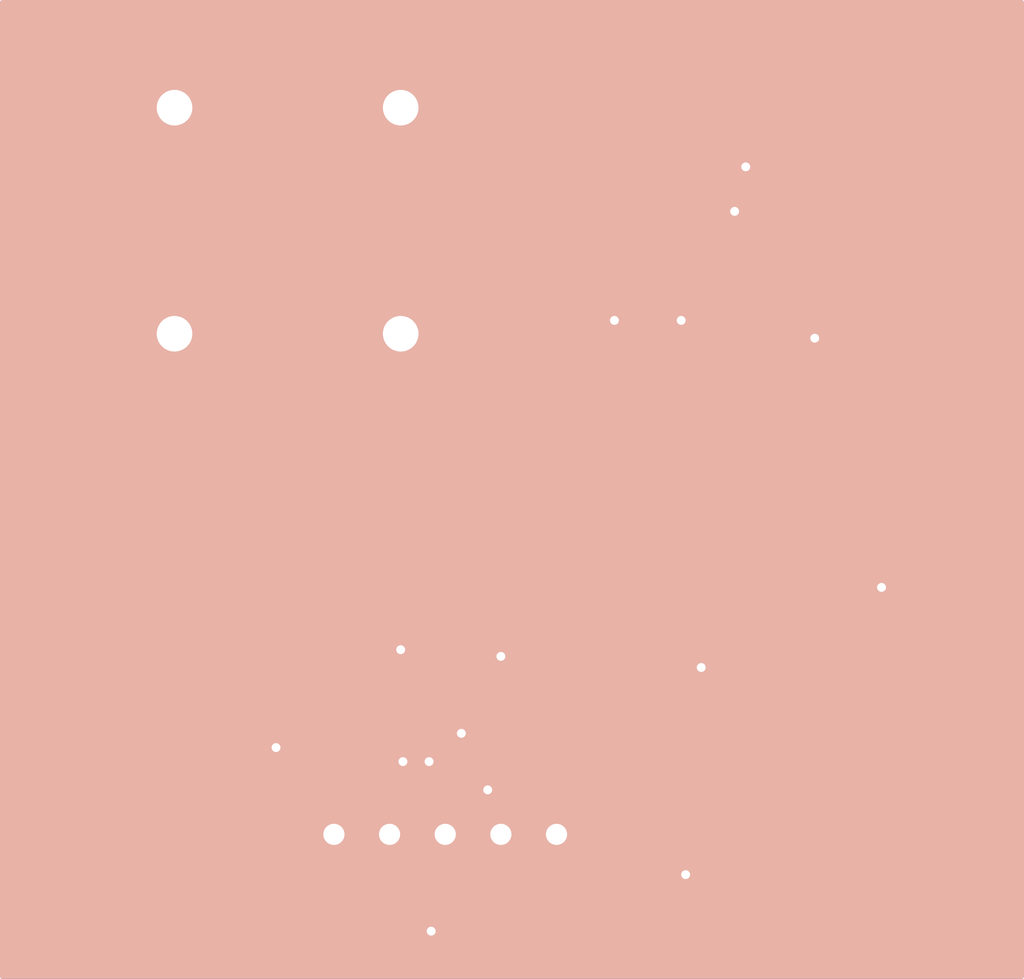
<source format=kicad_pcb>
(kicad_pcb (version 20240108) (generator "pcbnew") (generator_version "8.0")
  (layers (0 "F.Cu" signal) (31 "B.Cu" signal) (34 "B.Paste" user) (35 "F.Paste" user) (36 "B.SilkS" user "B.Silkscreen") (37 "F.SilkS" user "F.Silkscreen") (38 "B.Mask" user) (39 "F.Mask" user) (44 "Edge.Cuts" user))
  (net 0 "")
  (net 1 "Net-(D1-A)")
  (net 2 "/V_CELL_3")
  (net 3 "/V_CELL_2")
  (net 4 "/V_CELL_4")
  (net 5 "GND")
  (net 6 "/V_CELL_1")
  (net 7 "/CON_1")
  (net 8 "/CON_2")
  (net 9 "/CON_3")
  (net 10 "/CON_4")
  (net 11 "Net-(D2-A)")
  (net 12 "Net-(D3-A)")
  (net 13 "Net-(D4-A)")
  (net 14 "Net-(U5-1Y)")
  (net 15 "Net-(U5-2Y)")
  (net 19 "/V_OUT")
  (footprint "Resistor_SMD:R_0805_2012Metric" (layer "F.Cu") (at 55.7408 39.4992)
    (property "Reference" "R9" (hide yes))
    (property "Value" "70Ω" (hide yes))
    (pad "1" smd roundrect (at -0.9125 0) (size 1.025 1.4) (layers "F.Cu" "F.Paste" "F.Mask") (roundrect_rratio 0.243902) (net 9 "/CON_3"))
    (pad "2" smd roundrect (at 0.9125 0) (size 1.025 1.4) (layers "F.Cu" "F.Paste" "F.Mask") (roundrect_rratio 0.243902) (net 12 "Net-(D3-A)"))
  )
  (footprint "LED_SMD:LED_0805_2012Metric" (layer "F.Cu") (at 60 35.4992 180)
    (property "Reference" "D1" (at -0.5 1.9992 0) (layer "F.SilkS"))
    (property "Value" "LED" (hide yes))
    (pad "1" smd roundrect (at -0.9375 0 180) (size 0.975 1.4) (layers "F.Cu" "F.Paste" "F.Mask") (net 3 "/V_CELL_2"))
    (pad "2" smd roundrect (at 0.9375 0 180) (size 0.975 1.4) (layers "F.Cu" "F.Paste" "F.Mask") (net 1 "Net-(D1-A)"))
  )
  (footprint "Capacitor_SMD:C_0805_2012Metric" (layer "F.Cu") (at 57.5 55.05 90)
    (property "Reference" "C1" (at 2.5 -0.05 180) (layer "F.SilkS"))
    (property "Value" "1uF" (hide yes))
    (pad "1" smd roundrect (at -0.95 0 90) (size 1 1.45) (layers "F.Cu" "F.Paste" "F.Mask") (net 6 "/V_CELL_1"))
    (pad "2" smd roundrect (at 0.95 0 90) (size 1 1.45) (layers "F.Cu" "F.Paste" "F.Mask") (net 3 "/V_CELL_2"))
  )
  (footprint "LED_SMD:LED_0805_2012Metric" (layer "F.Cu") (at 60 37.5 180)
    (property "Reference" "D2" (hide yes))
    (property "Value" "LED" (hide yes))
    (pad "1" smd roundrect (at -0.9375 0 180) (size 0.975 1.4) (layers "F.Cu" "F.Paste" "F.Mask") (net 2 "/V_CELL_3"))
    (pad "2" smd roundrect (at 0.9375 0 180) (size 0.975 1.4) (layers "F.Cu" "F.Paste" "F.Mask") (net 11 "Net-(D2-A)"))
  )
  (footprint "Resistor_SMD:R_0805_2012Metric" (layer "F.Cu") (at 38.4675 59)
    (property "Reference" "R3" (at -0.268734 1.980901 180) (layer "F.SilkS"))
    (property "Value" "1MΩ" (hide yes))
    (pad "1" smd roundrect (at -0.9125 0) (size 1.025 1.4) (layers "F.Cu" "F.Paste" "F.Mask") (roundrect_rratio 0.243902) (net 9 "/CON_3"))
    (pad "2" smd roundrect (at 0.9125 0) (size 1.025 1.4) (layers "F.Cu" "F.Paste" "F.Mask") (roundrect_rratio 0.243902) (net 2 "/V_CELL_3"))
  )
  (footprint "Resistor_SMD:R_0805_2012Metric" (layer "F.Cu") (at 55.7808 35.4992)
    (property "Reference" "R7" (at -0.2808 -1.9992 0) (layer "F.SilkS"))
    (property "Value" "70Ω" (hide yes))
    (pad "1" smd roundrect (at -0.9125 0) (size 1.025 1.4) (layers "F.Cu" "F.Paste" "F.Mask") (roundrect_rratio 0.243902) (net 7 "/CON_1"))
    (pad "2" smd roundrect (at 0.9125 0) (size 1.025 1.4) (layers "F.Cu" "F.Paste" "F.Mask") (roundrect_rratio 0.243902) (net 1 "Net-(D1-A)"))
  )
  (footprint "Capacitor_SMD:C_0805_2012Metric" (layer "F.Cu") (at 48 55 90)
    (property "Reference" "C8" (at 2.55 0 180) (layer "F.SilkS"))
    (property "Value" "1uF" (hide yes))
    (pad "1" smd roundrect (at -0.95 0 90) (size 1 1.45) (layers "F.Cu" "F.Paste" "F.Mask") (net 3 "/V_CELL_2"))
    (pad "2" smd roundrect (at 0.95 0 90) (size 1 1.45) (layers "F.Cu" "F.Paste" "F.Mask") (net 2 "/V_CELL_3"))
  )
  (footprint "LED_SMD:LED_0805_2012Metric" (layer "F.Cu") (at 60 39.5 180)
    (property "Reference" "D3" (hide yes))
    (property "Value" "LED" (hide yes))
    (pad "1" smd roundrect (at -0.9375 0 180) (size 0.975 1.4) (layers "F.Cu" "F.Paste" "F.Mask") (net 4 "/V_CELL_4"))
    (pad "2" smd roundrect (at 0.9375 0 180) (size 0.975 1.4) (layers "F.Cu" "F.Paste" "F.Mask") (net 12 "Net-(D3-A)"))
  )
  (footprint "Package_TO_SOT_SMD:SOT-23" (layer "F.Cu") (at 54.55 55.0625 90)
    (property "Reference" "U1" (hide yes))
    (property "Value" "BD48L32G" (hide yes))
    (pad "1" smd roundrect (at -0.9375 -0.95 90) (size 1.475 0.6) (layers "F.Cu" "F.Paste" "F.Mask") (net 7 "/CON_1"))
    (pad "2" smd roundrect (at -0.9375 0.95 90) (size 1.475 0.6) (layers "F.Cu" "F.Paste" "F.Mask") (net 6 "/V_CELL_1"))
    (pad "3" smd roundrect (at 0.9375 0 90) (size 1.475 0.6) (layers "F.Cu" "F.Paste" "F.Mask") (net 3 "/V_CELL_2"))
  )
  (footprint "Capacitor_SMD:C_0805_2012Metric" (layer "F.Cu") (at 24 55.05 90)
    (property "Reference" "C6" (at 2.45 0 180) (layer "F.SilkS"))
    (property "Value" "1000pF" (hide yes))
    (pad "1" smd roundrect (at -0.95 0 90) (size 1 1.45) (layers "F.Cu" "F.Paste" "F.Mask") (net 10 "/CON_4"))
    (pad "2" smd roundrect (at 0.95 0 90) (size 1 1.45) (layers "F.Cu" "F.Paste" "F.Mask") (net 5 "GND"))
  )
  (footprint "Capacitor_SMD:C_0805_2012Metric" (layer "F.Cu") (at 39 55 90)
    (property "Reference" "C3" (at 2.55 0 180) (layer "F.SilkS"))
    (property "Value" "1uF" (hide yes))
    (pad "1" smd roundrect (at -0.95 0 90) (size 1 1.45) (layers "F.Cu" "F.Paste" "F.Mask") (net 2 "/V_CELL_3"))
    (pad "2" smd roundrect (at 0.95 0 90) (size 1 1.45) (layers "F.Cu" "F.Paste" "F.Mask") (net 4 "/V_CELL_4"))
  )
  (footprint "Resistor_SMD:R_0805_2012Metric" (layer "F.Cu") (at 46.0875 59)
    (property "Reference" "R1" (at -0.3975 2 180) (layer "F.SilkS"))
    (property "Value" "1MΩ" (hide yes))
    (pad "1" smd roundrect (at -0.9125 0) (size 1.025 1.4) (layers "F.Cu" "F.Paste" "F.Mask") (roundrect_rratio 0.243902) (net 7 "/CON_1"))
    (pad "2" smd roundrect (at 0.9125 0) (size 1.025 1.4) (layers "F.Cu" "F.Paste" "F.Mask") (roundrect_rratio 0.243902) (net 6 "/V_CELL_1"))
  )
  (footprint "Package_TO_SOT_SMD:SOT-23" (layer "F.Cu") (at 35.95 55.0625 90)
    (property "Reference" "U3" (hide yes))
    (property "Value" "BD48L32G" (hide yes))
    (pad "1" smd roundrect (at -0.9375 -0.95 90) (size 1.475 0.6) (layers "F.Cu" "F.Paste" "F.Mask") (net 9 "/CON_3"))
    (pad "2" smd roundrect (at -0.9375 0.95 90) (size 1.475 0.6) (layers "F.Cu" "F.Paste" "F.Mask") (net 2 "/V_CELL_3"))
    (pad "3" smd roundrect (at 0.9375 0 90) (size 1.475 0.6) (layers "F.Cu" "F.Paste" "F.Mask") (net 4 "/V_CELL_4"))
  )
  (footprint "Resistor_SMD:R_0805_2012Metric" (layer "F.Cu") (at 55.7408 41.4992)
    (property "Reference" "R10" (hide yes))
    (property "Value" "70Ω" (hide yes))
    (pad "1" smd roundrect (at -0.9125 0) (size 1.025 1.4) (layers "F.Cu" "F.Paste" "F.Mask") (roundrect_rratio 0.243902) (net 10 "/CON_4"))
    (pad "2" smd roundrect (at 0.9125 0) (size 1.025 1.4) (layers "F.Cu" "F.Paste" "F.Mask") (roundrect_rratio 0.243902) (net 13 "Net-(D4-A)"))
  )
  (footprint "SN74HC08DR:SOIC127P600X175-14N" (layer "F.Cu") (at 49 37 180)
    (property "Reference" "U5" (at 3 5.5 180) (layer "F.SilkS"))
    (property "Value" "SN74HC08DR" (hide yes))
    (pad "1" smd roundrect (at -2.475 -3.81 180) (size 1.97 0.6) (layers "F.Cu" "F.Paste" "F.Mask") (roundrect_rratio 0.15) (net 10 "/CON_4"))
    (pad "2" smd roundrect (at -2.475 -2.54 180) (size 1.97 0.6) (layers "F.Cu" "F.Paste" "F.Mask") (roundrect_rratio 0.15) (net 9 "/CON_3"))
    (pad "3" smd roundrect (at -2.475 -1.27 180) (size 1.97 0.6) (layers "F.Cu" "F.Paste" "F.Mask") (roundrect_rratio 0.15) (net 14 "Net-(U5-1Y)"))
    (pad "4" smd roundrect (at -2.475 0 180) (size 1.97 0.6) (layers "F.Cu" "F.Paste" "F.Mask") (roundrect_rratio 0.15) (net 8 "/CON_2"))
    (pad "5" smd roundrect (at -2.475 1.27 180) (size 1.97 0.6) (layers "F.Cu" "F.Paste" "F.Mask") (roundrect_rratio 0.15) (net 7 "/CON_1"))
    (pad "6" smd roundrect (at -2.475 2.54 180) (size 1.97 0.6) (layers "F.Cu" "F.Paste" "F.Mask") (roundrect_rratio 0.15) (net 15 "Net-(U5-2Y)"))
    (pad "7" smd roundrect (at -2.475 3.81 180) (size 1.97 0.6) (layers "F.Cu" "F.Paste" "F.Mask") (roundrect_rratio 0.15) (net 3 "/V_CELL_2"))
    (pad "8" smd roundrect (at 2.475 3.81 180) (size 1.97 0.6) (layers "F.Cu" "F.Paste" "F.Mask") (roundrect_rratio 0.15) (net 19 "/V_OUT"))
    (pad "9" smd roundrect (at 2.475 2.54 180) (size 1.97 0.6) (layers "F.Cu" "F.Paste" "F.Mask") (roundrect_rratio 0.15) (net 15 "Net-(U5-2Y)"))
    (pad "10" smd roundrect (at 2.475 1.27 180) (size 1.97 0.6) (layers "F.Cu" "F.Paste" "F.Mask") (roundrect_rratio 0.15) (net 14 "Net-(U5-1Y)"))
    (pad "11" smd roundrect (at 2.475 0 180) (size 1.97 0.6) (layers "F.Cu" "F.Paste" "F.Mask") (roundrect_rratio 0.15))
    (pad "12" smd roundrect (at 2.475 -1.27 180) (size 1.97 0.6) (layers "F.Cu" "F.Paste" "F.Mask") (roundrect_rratio 0.15))
    (pad "13" smd roundrect (at 2.475 -2.54 180) (size 1.97 0.6) (layers "F.Cu" "F.Paste" "F.Mask") (roundrect_rratio 0.15))
    (pad "14" smd roundrect (at 2.475 -3.81 180) (size 1.97 0.6) (layers "F.Cu" "F.Paste" "F.Mask") (roundrect_rratio 0.15) (net 6 "/V_CELL_1"))
  )
  (footprint "Capacitor_SMD:C_0805_2012Metric" (layer "F.Cu") (at 33 55 90)
    (property "Reference" "C4" (at 2.5 0 180) (layer "F.SilkS"))
    (property "Value" "1000pF" (hide yes))
    (pad "1" smd roundrect (at -0.95 0 90) (size 1 1.45) (layers "F.Cu" "F.Paste" "F.Mask") (net 9 "/CON_3"))
    (pad "2" smd roundrect (at 0.95 0 90) (size 1 1.45) (layers "F.Cu" "F.Paste" "F.Mask") (net 4 "/V_CELL_4"))
  )
  (footprint "LED_SMD:LED_0805_2012Metric" (layer "F.Cu") (at 60 41.5 180)
    (property "Reference" "D4" (hide yes))
    (property "Value" "LED" (hide yes))
    (pad "1" smd roundrect (at -0.9375 0 180) (size 0.975 1.4) (layers "F.Cu" "F.Paste" "F.Mask") (net 5 "GND"))
    (pad "2" smd roundrect (at 0.9375 0 180) (size 0.975 1.4) (layers "F.Cu" "F.Paste" "F.Mask") (net 13 "Net-(D4-A)"))
  )
  (footprint "Resistor_SMD:R_0805_2012Metric" (layer "F.Cu") (at 42.2775 59)
    (property "Reference" "R2" (at -0.3467 1.8984 180) (layer "F.SilkS"))
    (property "Value" "1MΩ" (hide yes))
    (pad "1" smd roundrect (at -0.9125 0) (size 1.025 1.4) (layers "F.Cu" "F.Paste" "F.Mask") (roundrect_rratio 0.243902) (net 8 "/CON_2"))
    (pad "2" smd roundrect (at 0.9125 0) (size 1.025 1.4) (layers "F.Cu" "F.Paste" "F.Mask") (roundrect_rratio 0.243902) (net 3 "/V_CELL_2"))
  )
  (footprint "1986660_2:TE_1986660-2" (layer "F.Cu") (at 27.84 32.84)
    (property "Reference" "J2" (at -2.905 -3.485 0) (layer "F.SilkS"))
    (property "Value" "1986660-2" (hide yes))
    (pad "1_1" thru_hole rect (at 0 0) (size 1.95 1.95) (drill 1.6) (layers "*.Cu" "*.Mask") (net 3 "/V_CELL_2"))
    (pad "1_2" thru_hole rect (at 0 10.16) (size 1.95 1.95) (drill 1.6) (layers "*.Cu" "*.Mask"))
    (pad "2_1" thru_hole circle (at 10.16 0) (size 1.95 1.95) (drill 1.6) (layers "*.Cu" "*.Mask") (net 19 "/V_OUT"))
    (pad "2_2" thru_hole circle (at 10.16 10.16) (size 1.95 1.95) (drill 1.6) (layers "*.Cu" "*.Mask"))
  )
  (footprint "Capacitor_SMD:C_0805_2012Metric" (layer "F.Cu") (at 42 55.05 90)
    (property "Reference" "C5" (at 2.55 0 180) (layer "F.SilkS"))
    (property "Value" "1000pF" (hide yes))
    (pad "1" smd roundrect (at -0.95 0 90) (size 1 1.45) (layers "F.Cu" "F.Paste" "F.Mask") (net 8 "/CON_2"))
    (pad "2" smd roundrect (at 0.95 0 90) (size 1 1.45) (layers "F.Cu" "F.Paste" "F.Mask") (net 2 "/V_CELL_3"))
  )
  (footprint "Package_TO_SOT_SMD:SOT-23" (layer "F.Cu") (at 45.05 55.0625 90)
    (property "Reference" "U2" (hide yes))
    (property "Value" "BD48L32G" (hide yes))
    (pad "1" smd roundrect (at -0.9375 -0.95 90) (size 1.475 0.6) (layers "F.Cu" "F.Paste" "F.Mask") (net 8 "/CON_2"))
    (pad "2" smd roundrect (at -0.9375 0.95 90) (size 1.475 0.6) (layers "F.Cu" "F.Paste" "F.Mask") (net 3 "/V_CELL_2"))
    (pad "3" smd roundrect (at 0.9375 0 90) (size 1.475 0.6) (layers "F.Cu" "F.Paste" "F.Mask") (net 2 "/V_CELL_3"))
  )
  (footprint "Package_TO_SOT_SMD:SOT-23" (layer "F.Cu") (at 27.05 55.0625 90)
    (property "Reference" "U4" (hide yes))
    (property "Value" "BD48L32G" (hide yes))
    (pad "1" smd roundrect (at -0.9375 -0.95 90) (size 1.475 0.6) (layers "F.Cu" "F.Paste" "F.Mask") (net 10 "/CON_4"))
    (pad "2" smd roundrect (at -0.9375 0.95 90) (size 1.475 0.6) (layers "F.Cu" "F.Paste" "F.Mask") (net 4 "/V_CELL_4"))
    (pad "3" smd roundrect (at 0.9375 0 90) (size 1.475 0.6) (layers "F.Cu" "F.Paste" "F.Mask") (net 5 "GND"))
  )
  (footprint "Resistor_SMD:R_0805_2012Metric" (layer "F.Cu") (at 55.7408 37.4992)
    (property "Reference" "R8" (hide yes))
    (property "Value" "70Ω" (hide yes))
    (pad "1" smd roundrect (at -0.9125 0) (size 1.025 1.4) (layers "F.Cu" "F.Paste" "F.Mask") (roundrect_rratio 0.243902) (net 8 "/CON_2"))
    (pad "2" smd roundrect (at 0.9125 0) (size 1.025 1.4) (layers "F.Cu" "F.Paste" "F.Mask") (roundrect_rratio 0.243902) (net 11 "Net-(D2-A)"))
  )
  (footprint "Capacitor_SMD:C_0805_2012Metric" (layer "F.Cu") (at 30 55.05 90)
    (property "Reference" "C7" (at 2.45 -0.05 180) (layer "F.SilkS"))
    (property "Value" "1uF" (hide yes))
    (pad "1" smd roundrect (at -0.95 0 90) (size 1 1.45) (layers "F.Cu" "F.Paste" "F.Mask") (net 4 "/V_CELL_4"))
    (pad "2" smd roundrect (at 0.95 0 90) (size 1 1.45) (layers "F.Cu" "F.Paste" "F.Mask") (net 5 "GND"))
  )
  (footprint "Capacitor_SMD:C_0805_2012Metric" (layer "F.Cu") (at 51.5 55 90)
    (property "Reference" "C2" (at 2.55 0 180) (layer "F.SilkS"))
    (property "Value" "1000pF" (hide yes))
    (pad "1" smd roundrect (at -0.95 0 90) (size 1 1.45) (layers "F.Cu" "F.Paste" "F.Mask") (net 7 "/CON_1"))
    (pad "2" smd roundrect (at 0.95 0 90) (size 1 1.45) (layers "F.Cu" "F.Paste" "F.Mask") (net 3 "/V_CELL_2"))
  )
  (footprint "Resistor_SMD:R_0805_2012Metric" (layer "F.Cu") (at 34.591366 59)
    (property "Reference" "R4" (at -0.3569 1.980901 180) (layer "F.SilkS"))
    (property "Value" "1MΩ" (hide yes))
    (pad "1" smd roundrect (at -0.9125 0) (size 1.025 1.4) (layers "F.Cu" "F.Paste" "F.Mask") (roundrect_rratio 0.243902) (net 10 "/CON_4"))
    (pad "2" smd roundrect (at 0.9125 0) (size 1.025 1.4) (layers "F.Cu" "F.Paste" "F.Mask") (roundrect_rratio 0.243902) (net 4 "/V_CELL_4"))
  )
  (footprint "Connector_JST:JST_XH_B5B-XH-A_1x05_P2.50mm_Vertical" (layer "F.Cu") (at 35 65.5)
    (property "Reference" "J3" (at 5 -3.55 0) (layer "F.SilkS"))
    (property "Value" "B5B-XH-A")
    (pad "1" thru_hole roundrect (at 0 0) (size 1.7 1.95) (drill 0.95) (layers "*.Cu" "*.Mask") (roundrect_rratio 0.147059) (net 6 "/V_CELL_1"))
    (pad "2" thru_hole oval (at 2.5 0) (size 1.7 1.95) (drill 0.95) (layers "*.Cu" "*.Mask") (net 3 "/V_CELL_2"))
    (pad "3" thru_hole oval (at 5 0) (size 1.7 1.95) (drill 0.95) (layers "*.Cu" "*.Mask") (net 2 "/V_CELL_3"))
    (pad "4" thru_hole oval (at 7.5 0) (size 1.7 1.95) (drill 0.95) (layers "*.Cu" "*.Mask") (net 4 "/V_CELL_4"))
    (pad "5" thru_hole oval (at 10 0) (size 1.7 1.95) (drill 0.95) (layers "*.Cu" "*.Mask") (net 5 "GND"))
  )
  (footprint "LOGO" (layer "B.Cu") (at 58 40.2 180)
    (property "Reference" "C***" (hide yes))
    (property "Value" "LOGO" (hide yes))
  )
  (gr_text "+" (at 37.559199 50.249499 90) (layer "B.SilkS") (effects (font (size 1 1))))
  (gr_text "IRIS - XV\nBMS\nHenry Lin, Rina Manxhuka, Janine Zhu\nJakub Wojdyla, Hriday Shah, Joe Hanger\nBen Saarva, Medha Hariharan, Jashan Virdi\nSophie Yang, Nihar Koganti" (at 65.2 53 0) (layer "B.SilkS") (effects (font (size 1 1)) (justify left bottom mirror)))
  (gr_text "+" (at 37.559199 50.249499 90) (layer "F.SilkS") (effects (font (size 1 1))))
  (segment (start 56.6933 35.4992) (end 59.0625 35.4992) (width 0.25) (layer "F.Cu") (net 1))
  (segment (start 39.38 59) (end 39.38 56.33) (width 0.25) (layer "F.Cu") (net 2))
  (segment (start 60.9375 37.5) (end 63.4375 40) (width 0.25) (layer "F.Cu") (net 2))
  (segment (start 45.025 54.1) (end 45.05 54.125) (width 0.25) (layer "F.Cu") (net 2))
  (segment (start 40 59.62) (end 39.38 59) (width 0.25) (layer "F.Cu") (net 2))
  (segment (start 44.975 54.05) (end 45.05 54.125) (width 0.25) (layer "F.Cu") (net 2))
  (segment (start 48 54.05) (end 45.125 54.05) (width 0.25) (layer "F.Cu") (net 2))
  (segment (start 39.38 56.33) (end 39 55.95) (width 0.25) (layer "F.Cu") (net 2))
  (segment (start 39.515 65.015) (end 40 65.5) (width 0.25) (layer "F.Cu") (net 2))
  (segment (start 63.4375 40) (end 63.5 40) (width 0.25) (layer "F.Cu") (net 2))
  (segment (start 40 59.62) (end 40 65.5) (width 0.25) (layer "F.Cu") (net 2))
  (segment (start 36.9 56) (end 38.95 56) (width 0.25) (layer "F.Cu") (net 2))
  (segment (start 52 47) (end 48 51) (width 0.25) (layer "F.Cu") (net 2))
  (segment (start 38.95 56) (end 39 55.95) (width 0.25) (layer "F.Cu") (net 2))
  (segment (start 39.515 56.465) (end 39 55.95) (width 0.25) (layer "F.Cu") (net 2))
  (segment (start 60.5 47) (end 52 47) (width 0.25) (layer "F.Cu") (net 2))
  (segment (start 42 54.1) (end 45.025 54.1) (width 0.25) (layer "F.Cu") (net 2))
  (segment (start 45.125 54.05) (end 45.05 54.125) (width 0.25) (layer "F.Cu") (net 2))
  (segment (start 63.5 40) (end 63.5 44) (width 0.25) (layer "F.Cu") (net 2))
  (segment (start 40.85 54.1) (end 39 55.95) (width 0.25) (layer "F.Cu") (net 2))
  (segment (start 48 51) (end 48 54.05) (width 0.25) (layer "F.Cu") (net 2))
  (segment (start 42 54.1) (end 40.85 54.1) (width 0.25) (layer "F.Cu") (net 2))
  (segment (start 63.5 44) (end 60.5 47) (width 0.25) (layer "F.Cu") (net 2))
  (segment (start 65 46.6) (end 57.5 54.1) (width 0.25) (layer "F.Cu") (net 3))
  (segment (start 41.23 60.96) (end 43.19 59) (width 0.25) (layer "F.Cu") (net 3))
  (segment (start 49.285 31) (end 29.68 31) (width 0.25) (layer "F.Cu") (net 3))
  (segment (start 54.875 54.125) (end 54.9 54.1) (width 0.25) (layer "F.Cu") (net 3))
  (segment (start 43.19 59) (end 43.19 59.325) (width 0.25) (layer "F.Cu") (net 3))
  (segment (start 65 39.5617) (end 65 46.6) (width 0.25) (layer "F.Cu") (net 3))
  (segment (start 51.5 54.05) (end 49.9 54.05) (width 0.25) (layer "F.Cu") (net 3))
  (segment (start 60.9375 35.4992) (end 58.6283 33.19) (width 0.25) (layer "F.Cu") (net 3))
  (segment (start 37.5 64.005) (end 39.275 62.23) (width 0.25) (layer "F.Cu") (net 3))
  (segment (start 29.68 31) (end 27.84 32.84) (width 0.25) (layer "F.Cu") (net 3))
  (segment (start 51.5 54.05) (end 54.475 54.05) (width 0.25) (layer "F.Cu") (net 3))
  (segment (start 49.9 54.05) (end 48 55.95) (width 0.25) (layer "F.Cu") (net 3))
  (segment (start 58.6283 33.19) (end 51.475 33.19) (width 0.25) (layer "F.Cu") (net 3))
  (segment (start 43.19 59) (end 43.19 58.81) (width 0.25) (layer "F.Cu") (net 3))
  (segment (start 43.19 58.81) (end 46 56) (width 0.25) (layer "F.Cu") (net 3))
  (segment (start 54.475 54.05) (end 54.55 54.125) (width 0.25) (layer "F.Cu") (net 3))
  (segment (start 51.475 33.19) (end 49.285 31) (width 0.25) (layer "F.Cu") (net 3))
  (segment (start 40.725 60.96) (end 41.23 60.96) (width 0.25) (layer "F.Cu") (net 3))
  (segment (start 37.5 65.5) (end 37.5 64.005) (width 0.25) (layer "F.Cu") (net 3))
  (segment (start 46.05 55.95) (end 46 56) (width 0.25) (layer "F.Cu") (net 3))
  (segment (start 60.9375 35.4992) (end 65 39.5617) (width 0.25) (layer "F.Cu") (net 3))
  (segment (start 54.9 54.1) (end 57.5 54.1) (width 0.25) (layer "F.Cu") (net 3))
  (segment (start 48 55.95) (end 46.05 55.95) (width 0.25) (layer "F.Cu") (net 3))
  (segment (start 54.55 54.125) (end 54.875 54.125) (width 0.25) (layer "F.Cu") (net 3))
  (via (at 40.725 60.96) (size 0.8) (drill 0.4) (layers "F.Cu" "B.Cu") (net 3))
  (via (at 39.275 62.23) (size 0.8) (drill 0.4) (layers "F.Cu" "B.Cu") (net 3))
  (segment (start 39.455 62.23) (end 40.725 60.96) (width 0.25) (layer "B.Cu") (net 3))
  (segment (start 39.275 62.23) (end 39.455 62.23) (width 0.25) (layer "B.Cu") (net 3))
  (segment (start 60.9375 39.5) (end 62 40.5625) (width 0.25) (layer "F.Cu") (net 4))
  (segment (start 35.503866 59.633866) (end 35.503866 59) (width 0.25) (layer "F.Cu") (net 4))
  (segment (start 31.913866 56.775) (end 31.138866 56) (width 0.25) (layer "F.Cu") (net 4))
  (segment (start 42.5 64.09) (end 41.91 63.5) (width 0.25) (layer "F.Cu") (net 4))
  (segment (start 33 54.05) (end 35.875 54.05) (width 0.25) (layer "F.Cu") (net 4))
  (segment (start 35.503866 59) (end 33.278866 56.775) (width 0.25) (layer "F.Cu") (net 4))
  (segment (start 38.1 62.23) (end 35.503866 59.633866) (width 0.25) (layer "F.Cu") (net 4))
  (segment (start 42.5 65.5) (end 42.5 64.09) (width 0.25) (layer "F.Cu") (net 4))
  (segment (start 31.95 54.05) (end 30 56) (width 0.25) (layer "F.Cu") (net 4))
  (segment (start 35.95 54.125) (end 38.925 54.125) (width 0.25) (layer "F.Cu") (net 4))
  (segment (start 39 51.5) (end 39 54.05) (width 0.25) (layer "F.Cu") (net 4))
  (segment (start 31.138866 56) (end 30 56) (width 0.25) (layer "F.Cu") (net 4))
  (segment (start 62 43.5) (end 60 45.5) (width 0.25) (layer "F.Cu") (net 4))
  (segment (start 38.925 54.125) (end 39 54.05) (width 0.25) (layer "F.Cu") (net 4))
  (segment (start 60 45.5) (end 45 45.5) (width 0.25) (layer "F.Cu") (net 4))
  (segment (start 33.278866 56.775) (end 31.913866 56.775) (width 0.25) (layer "F.Cu") (net 4))
  (segment (start 28 56) (end 30 56) (width 0.25) (layer "F.Cu") (net 4))
  (segment (start 62 40.5625) (end 62 43.5) (width 0.25) (layer "F.Cu") (net 4))
  (segment (start 45 45.5) (end 39 51.5) (width 0.25) (layer "F.Cu") (net 4))
  (segment (start 33 54.05) (end 31.95 54.05) (width 0.25) (layer "F.Cu") (net 4))
  (segment (start 35.875 54.05) (end 35.95 54.125) (width 0.25) (layer "F.Cu") (net 4))
  (via (at 38.1 62.23) (size 0.8) (drill 0.4) (layers "F.Cu" "B.Cu") (net 4))
  (via (at 41.91 63.5) (size 0.8) (drill 0.4) (layers "F.Cu" "B.Cu") (net 4))
  (segment (start 39.37 63.5) (end 38.1 62.23) (width 0.25) (layer "B.Cu") (net 4))
  (segment (start 41.91 63.5) (end 39.37 63.5) (width 0.25) (layer "B.Cu") (net 4))
  (segment (start 58.4375 44) (end 40.1 44) (width 0.25) (layer "F.Cu") (net 5))
  (segment (start 24 54.1) (end 23.2 54.1) (width 0.25) (layer "F.Cu") (net 5))
  (segment (start 23.2 54.1) (end 22.4 54.9) (width 0.25) (layer "F.Cu") (net 5))
  (segment (start 27.05 54.125) (end 29.975 54.125) (width 0.25) (layer "F.Cu") (net 5))
  (segment (start 22.4 63.04) (end 30.48 71.12) (width 0.25) (layer "F.Cu") (net 5))
  (segment (start 30.48 71.12) (end 39.38 71.12) (width 0.25) (layer "F.Cu") (net 5))
  (segment (start 60.9375 41.5) (end 58.4375 44) (width 0.25) (layer "F.Cu") (net 5))
  (segment (start 40.1 44) (end 30 54.1) (width 0.25) (layer "F.Cu") (net 5))
  (segment (start 22.4 54.9) (end 22.4 63.04) (width 0.25) (layer "F.Cu") (net 5))
  (segment (start 29.975 54.125) (end 30 54.1) (width 0.25) (layer "F.Cu") (net 5))
  (segment (start 39.38 71.12) (end 45 65.5) (width 0.25) (layer "F.Cu") (net 5))
  (segment (start 27.025 54.1) (end 27.05 54.125) (width 0.25) (layer "F.Cu") (net 5))
  (segment (start 24 54.1) (end 27.025 54.1) (width 0.25) (layer "F.Cu") (net 5))
  (segment (start 59.6 54.4) (end 59.6 55) (width 0.25) (layer "F.Cu") (net 6))
  (segment (start 55.5 56) (end 57.5 56) (width 0.25) (layer "F.Cu") (net 6))
  (segment (start 35 65.5) (end 35.02 65.5) (width 0.25) (layer "F.Cu") (net 6))
  (segment (start 52.5 59) (end 55.5 56) (width 0.25) (layer "F.Cu") (net 6))
  (segment (start 59.6 55) (end 58.6 56) (width 0.25) (layer "F.Cu") (net 6))
  (segment (start 58.6 56) (end 57.5 56) (width 0.25) (layer "F.Cu") (net 6))
  (segment (start 50.8 67.31) (end 52.5 65.61) (width 0.25) (layer "F.Cu") (net 6))
  (segment (start 35.02 65.5) (end 39.37 69.85) (width 0.25) (layer "F.Cu") (net 6))
  (segment (start 46.525 42.350305) (end 47.374695 43.2) (width 0.25) (layer "F.Cu") (net 6))
  (segment (start 52.5 65.61) (end 52.5 59) (width 0.25) (layer "F.Cu") (net 6))
  (segment (start 47.374695 43.2) (end 56.6 43.2) (width 0.25) (layer "F.Cu") (net 6))
  (segment (start 46.525 40.81) (end 46.525 42.350305) (width 0.25) (layer "F.Cu") (net 6))
  (segment (start 47 59) (end 52.5 59) (width 0.25) (layer "F.Cu") (net 6))
  (via (at 39.37 69.85) (size 0.8) (drill 0.4) (layers "F.Cu" "B.Cu") (net 6))
  (via (at 56.6 43.2) (size 0.8) (drill 0.4) (layers "F.Cu" "B.Cu") (net 6))
  (via (at 59.6 54.4) (size 0.8) (drill 0.4) (layers "F.Cu" "B.Cu") (net 6))
  (via (at 50.8 67.31) (size 0.8) (drill 0.4) (layers "F.Cu" "B.Cu") (net 6))
  (segment (start 48.26 69.85) (end 50.8 67.31) (width 0.25) (layer "B.Cu") (net 6))
  (segment (start 59.6 46.2) (end 59.6 54.4) (width 0.25) (layer "B.Cu") (net 6))
  (segment (start 39.37 69.85) (end 48.26 69.85) (width 0.25) (layer "B.Cu") (net 6))
  (segment (start 56.6 43.2) (end 59.6 46.2) (width 0.25) (layer "B.Cu") (net 6))
  (segment (start 45.175 59) (end 46.2 57.975) (width 0.25) (layer "F.Cu") (net 7))
  (segment (start 50.225 57.225) (end 51.5 55.95) (width 0.25) (layer "F.Cu") (net 7))
  (segment (start 54.8683 35.4992) (end 53.5 35.4992) (width 0.25) (layer "F.Cu") (net 7))
  (segment (start 49.475 57.975) (end 51.475 57.975) (width 0.25) (layer "F.Cu") (net 7))
  (segment (start 53.55 55.95) (end 53.6 56) (width 0.25) (layer "F.Cu") (net 7))
  (segment (start 53.5 35.4992) (end 51.7058 35.4992) (width 0.25) (layer "F.Cu") (net 7))
  (segment (start 51.475 57.975) (end 51.5 58) (width 0.25) (layer "F.Cu") (net 7))
  (segment (start 51.5 55.95) (end 53.55 55.95) (width 0.25) (layer "F.Cu") (net 7))
  (segment (start 46.2 57.975) (end 49.475 57.975) (width 0.25) (layer "F.Cu") (net 7))
  (segment (start 49.475 57.975) (end 50.225 57.225) (width 0.25) (layer "F.Cu") (net 7))
  (segment (start 51.7058 35.4992) (end 51.475 35.73) (width 0.5) (layer "F.Cu") (net 7))
  (segment (start 54.8675 35.5) (end 54.8683 35.4992) (width 0.5) (layer "F.Cu") (net 7))
  (via (at 53.5 35.4992) (size 0.8) (drill 0.4) (layers "F.Cu" "B.Cu") (net 7))
  (via (at 51.5 58) (size 0.8) (drill 0.4) (layers "F.Cu" "B.Cu") (net 7))
  (segment (start 53.5 35.4992) (end 53.5 35.5) (width 0.5) (layer "B.Cu") (net 7))
  (segment (start 53.5 35.5) (end 54 36) (width 0.25) (layer "B.Cu") (net 7))
  (segment (start 52.5 58) (end 51.5 58) (width 0.25) (layer "B.Cu") (net 7))
  (segment (start 54 36) (end 54 56.5) (width 0.25) (layer "B.Cu") (net 7))
  (segment (start 54 56.5) (end 52.5 58) (width 0.25) (layer "B.Cu") (net 7))
  (segment (start 41.365 56.635) (end 42 56) (width 0.25) (layer "F.Cu") (net 8))
  (segment (start 54.8283 37.4992) (end 53 37.4992) (width 0.25) (layer "F.Cu") (net 8))
  (segment (start 42.5 56.5) (end 42 56) (width 0.25) (layer "F.Cu") (net 8))
  (segment (start 41.365 59) (end 41.365 56.635) (width 0.25) (layer "F.Cu") (net 8))
  (segment (start 42.5 57.5) (end 42.5 56.5) (width 0.25) (layer "F.Cu") (net 8))
  (segment (start 53 37.4992) (end 51.9742 37.4992) (width 0.25) (layer "F.Cu") (net 8))
  (segment (start 51.9742 37.4992) (end 51.475 37) (width 0.25) (layer "F.Cu") (net 8))
  (segment (start 42 56) (end 44.1 56) (width 0.25) (layer "F.Cu") (net 8))
  (via (at 42.5 57.5) (size 0.8) (drill 0.4) (layers "F.Cu" "B.Cu") (net 8))
  (via (at 53 37.4992) (size 0.8) (drill 0.4) (layers "F.Cu" "B.Cu") (net 8))
  (segment (start 43.5 57.5) (end 42.5 57.5) (width 0.25) (layer "B.Cu") (net 8))
  (segment (start 53.55 38.0492) (end 53.55 47.45) (width 0.25) (layer "B.Cu") (net 8))
  (segment (start 53 37.4992) (end 53.55 38.0492) (width 0.25) (layer "B.Cu") (net 8))
  (segment (start 53.55 47.45) (end 43.5 57.5) (width 0.25) (layer "B.Cu") (net 8))
  (segment (start 37.555 59) (end 37.555 58.555) (width 0.25) (layer "F.Cu") (net 9))
  (segment (start 37.555 58.555) (end 35 56) (width 0.25) (layer "F.Cu") (net 9))
  (segment (start 35.0875 55.6454) (end 35.05 55.6079) (width 0.5) (layer "F.Cu") (net 9))
  (segment (start 51.475 39.54) (end 50.46 39.54) (width 0.25) (layer "F.Cu") (net 9))
  (segment (start 50.46 39.54) (end 47.6 42.4) (width 0.25) (layer "F.Cu") (net 9))
  (segment (start 54.8283 39.4992) (end 51.5158 39.4992) (width 0.25) (layer "F.Cu") (net 9))
  (segment (start 51.5158 39.4992) (end 51.475 39.54) (width 0.25) (layer "F.Cu") (net 9))
  (segment (start 38 58.555) (end 37.555 59) (width 0.25) (layer "F.Cu") (net 9))
  (segment (start 33 55.95) (end 34.95 55.95) (width 0.25) (layer "F.Cu") (net 9))
  (segment (start 34.95 55.95) (end 35 56) (width 0.25) (layer "F.Cu") (net 9))
  (segment (start 38 57.2) (end 38 58.555) (width 0.25) (layer "F.Cu") (net 9))
  (via (at 38 57.2) (size 0.8) (drill 0.4) (layers "F.Cu" "B.Cu") (net 9))
  (via (at 47.6 42.4) (size 0.8) (drill 0.4) (layers "F.Cu" "B.Cu") (net 9))
  (segment (start 38 52) (end 38 57.2) (width 0.25) (layer "B.Cu") (net 9))
  (segment (start 47.6 42.4) (end 38 52) (width 0.25) (layer "B.Cu") (net 9))
  (segment (start 51.2634 42.4) (end 50.6 42.4) (width 0.25) (layer "F.Cu") (net 10))
  (segment (start 24 56) (end 26.1 56) (width 0.25) (layer "F.Cu") (net 10))
  (segment (start 33.678866 59) (end 29.1 59) (width 0.25) (layer "F.Cu") (net 10))
  (segment (start 32.4 61.6) (end 33.678866 60.321134) (width 0.25) (layer "F.Cu") (net 10))
  (segment (start 33.678866 60.321134) (end 33.678866 59) (width 0.25) (layer "F.Cu") (net 10))
  (segment (start 52.1642 41.4992) (end 51.2634 42.4) (width 0.25) (layer "F.Cu") (net 10))
  (segment (start 54.9375 41.39) (end 54.8283 41.4992) (width 0.5) (layer "F.Cu") (net 10))
  (segment (start 29.1 59) (end 26.1 56) (width 0.25) (layer "F.Cu") (net 10))
  (segment (start 52.1642 41.4992) (end 51.475 40.81) (width 0.25) (layer "F.Cu") (net 10))
  (segment (start 54.8283 41.4992) (end 52.1642 41.4992) (width 0.25) (layer "F.Cu") (net 10))
  (via (at 32.4 61.6) (size 0.8) (drill 0.4) (layers "F.Cu" "B.Cu") (net 10))
  (via (at 50.6 42.4) (size 0.8) (drill 0.4) (layers "F.Cu" "B.Cu") (net 10))
  (segment (start 40.2 58.8) (end 37.4 61.6) (width 0.25) (layer "B.Cu") (net 10))
  (segment (start 50.6 42.4) (end 40.2 52.8) (width 0.25) (layer "B.Cu") (net 10))
  (segment (start 40.2 52.8) (end 40.2 58.8) (width 0.25) (layer "B.Cu") (net 10))
  (segment (start 37.4 61.6) (end 32.4 61.6) (width 0.25) (layer "B.Cu") (net 10))
  (segment (start 59.0617 37.4992) (end 59.0625 37.5) (width 0.25) (layer "F.Cu") (net 11))
  (segment (start 56.6533 37.4992) (end 59.0617 37.4992) (width 0.25) (layer "F.Cu") (net 11))
  (segment (start 56.6533 39.4992) (end 59.0617 39.4992) (width 0.25) (layer "F.Cu") (net 12))
  (segment (start 59.0617 39.4992) (end 59.0625 39.5) (width 0.25) (layer "F.Cu") (net 12))
  (segment (start 56.6533 41.4992) (end 59.0617 41.4992) (width 0.25) (layer "F.Cu") (net 13))
  (segment (start 59.0617 41.4992) (end 59.0625 41.5) (width 0.25) (layer "F.Cu") (net 13))
  (segment (start 46.949392 35.73) (end 46.525 35.73) (width 0.25) (layer "F.Cu") (net 14))
  (segment (start 49.489392 38.27) (end 46.949392 35.73) (width 0.25) (layer "F.Cu") (net 14))
  (segment (start 51.475 38.27) (end 49.489392 38.27) (width 0.25) (layer "F.Cu") (net 14))
  (segment (start 46.525 34.46) (end 51.475 34.46) (width 0.25) (layer "F.Cu") (net 15))
  (segment (start 46.525 33.19) (end 38.35 33.19) (width 0.25) (layer "F.Cu") (net 19))
  (segment (start 38.35 33.19) (end 38 32.84) (width 0.25) (layer "F.Cu") (net 19))
  (zone (net 5) (net_name "GND") (layer "F.Cu") (connect_pads (clearance 0.5)) (min_thickness 0.25) (fill yes (thermal_gap 0.5) (thermal_bridge_width 0.5))
    (polygon (pts (xy 66 28) (xy 20 28) (xy 20 72) (xy 66 72)))
  )
  (zone (net 5) (net_name "GND") (layer "B.Cu") (priority 1) (connect_pads (clearance 0.5)) (min_thickness 0.25) (fill yes (thermal_gap 0.5) (thermal_bridge_width 0.5))
    (polygon (pts (xy 66 28) (xy 20 28) (xy 20 72) (xy 66 72)))
  )
  (zone (net 0) (net_name "") (layer "B.SilkS") (connect_pads (clearance 0.5)) (min_thickness 0.25) (fill yes (thermal_gap 0.5) (thermal_bridge_width 0.5))
    (polygon (pts (xy 20 28) (xy 20 72) (xy 66 72) (xy 66 28)))
  )
)
</source>
